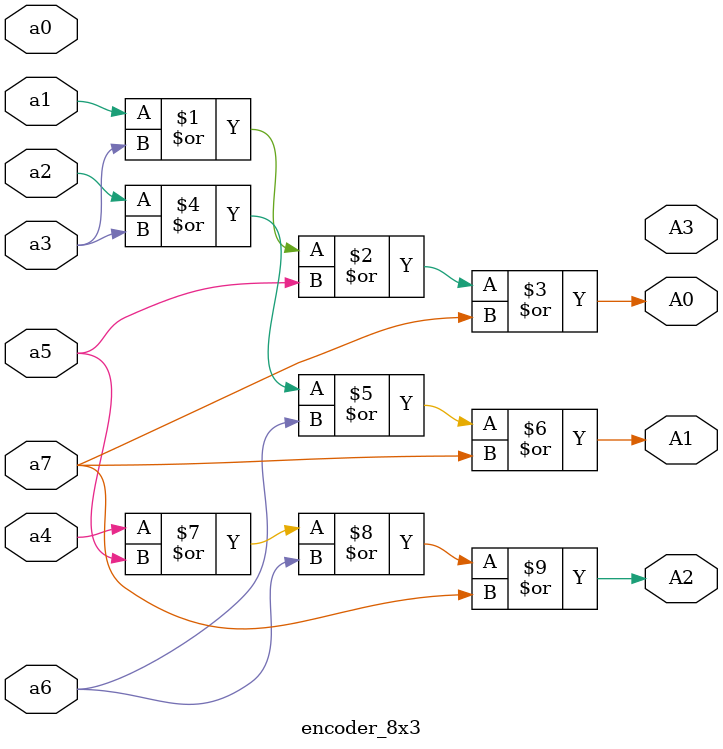
<source format=v>
`timescale 1ns / 1ps
module encoder_8x3 (
  input a0, a1, a2, a3 ,a4 ,a5, a6, a7,
  output A0,A1,A2,A3);
  assign A0 = a1|a3|a5|a7;
  assign A1 = a2|a3|a6|a7;
  assign A2 = a4|a5|a6|a7;
endmodule


</source>
